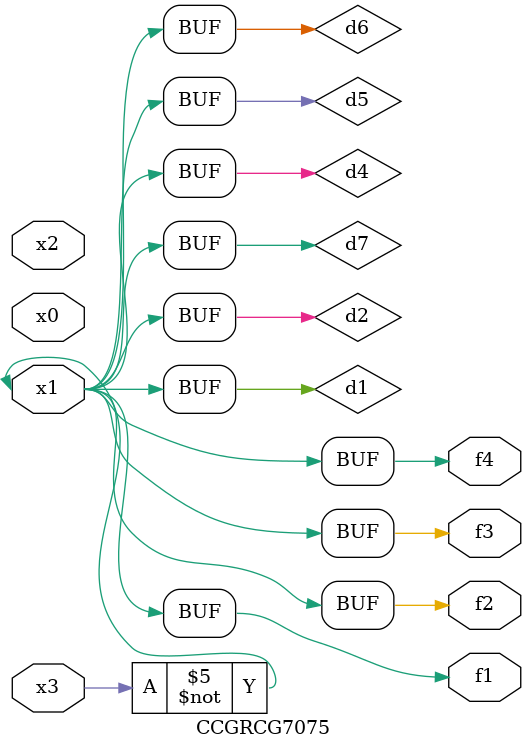
<source format=v>
module CCGRCG7075(
	input x0, x1, x2, x3,
	output f1, f2, f3, f4
);

	wire d1, d2, d3, d4, d5, d6, d7;

	not (d1, x3);
	buf (d2, x1);
	xnor (d3, d1, d2);
	nor (d4, d1);
	buf (d5, d1, d2);
	buf (d6, d4, d5);
	nand (d7, d4);
	assign f1 = d6;
	assign f2 = d7;
	assign f3 = d6;
	assign f4 = d6;
endmodule

</source>
